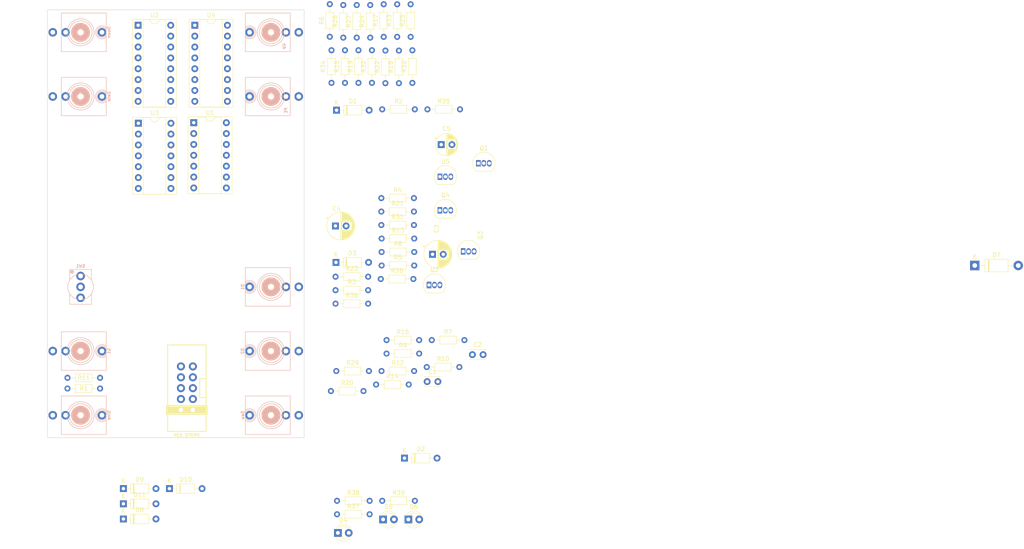
<source format=kicad_pcb>
(kicad_pcb (version 20211014) (generator pcbnew)
  (layers (0 "F.Cu" signal) (31 "B.Cu" signal) (34 "B.Paste" user) (35 "F.Paste" user) (36 "B.SilkS" user "B.Silkscreen") (37 "F.SilkS" user "F.Silkscreen") (38 "B.Mask" user) (39 "F.Mask" user) (44 "Edge.Cuts" user))
  (net 0 "")
  (net 1 "Net-(C1-Pad1)")
  (net 2 "GND")
  (net 3 "+9V")
  (net 4 "Net-(C3-Pad1)")
  (net 5 "Net-(C5-Pad1)")
  (net 6 "Net-(D1-Pad1)")
  (net 7 "Net-(D1-Pad2)")
  (net 8 "Net-(D2-Pad1)")
  (net 9 "Net-(D3-Pad2)")
  (net 10 "Net-(D4-Pad2)")
  (net 12 "Net-(J2-PadT)")
  (net 14 "Net-(D5-Pad2)")
  (net 16 "Net-(J4-PadT)")
  (net 18 "Net-(J5-PadT)")
  (net 20 "Net-(J6-PadT)")
  (net 22 "Net-(J7-PadT)")
  (net 24 "Net-(J8-PadT)")
  (net 26 "Net-(J9-PadT)")
  (net 27 "RECIRC")
  (net 28 "Net-(J10-Pad1)")
  (net 29 "Q2")
  (net 30 "Q3")
  (net 31 "Net-(D6-Pad2)")
  (net 32 "Net-(Q3-Pad2)")
  (net 33 "Net-(Q4-Pad2)")
  (net 34 "Net-(R1-Pad1)")
  (net 35 "Q1")
  (net 36 "Net-(R2-Pad1)")
  (net 37 "u{slash}d")
  (net 38 "Q4")
  (net 39 "clk")
  (net 40 "Net-(R15-Pad2)")
  (net 41 "Net-(R16-Pad2)")
  (net 42 "Net-(R17-Pad1)")
  (net 43 "X1")
  (net 44 "Net-(R18-Pad1)")
  (net 45 "PE")
  (net 46 "X2")
  (net 47 "X8")
  (net 48 "X3")
  (net 49 "X4")
  (net 50 "Net-(R27-Pad2)")
  (net 51 "X5")
  (net 52 "DATA")
  (net 53 "X6")
  (net 54 "X7")
  (net 56 "Vref")
  (net 57 "Net-(U3-Pad13)")
  (net 58 "Net-(D4-Pad1)")
  (net 59 "Net-(D5-Pad1)")
  (net 60 "Net-(D6-Pad1)")
  (net 61 "Net-(D7-Pad2)")
  (footprint "Resistor_THT:R_Axial_DIN0204_L3.6mm_D1.6mm_P7.62mm_Horizontal" (layer "F.Cu") (at 81.5 19.64 90)
    (fp_text reference "R22" (at 3.81 -1.92 90) (layer "F.SilkS"))
    (fp_text value "10k")
    (pad "1" thru_hole circle (at 0 0 90) (size 1.4 1.4) (drill 0.7) (layers *.Cu *.Mask) (net 22 "Net-(J7-PadT)"))
    (pad "2" thru_hole oval (at 7.62 0 90) (size 1.4 1.4) (drill 0.7) (layers *.Cu *.Mask) (net 31 "Net-(D6-Pad2)"))
  )
  (footprint "Package_TO_SOT_THT:TO-92_Inline" (layer "F.Cu") (at 103.23 38.36)
    (fp_text reference "Q1" (at 1.27 -3.56) (layer "F.SilkS"))
    (fp_text value "BC547")
    (pad "1" thru_hole rect (at 0 0) (size 1.05 1.5) (drill 0.75) (layers *.Cu *.Mask) (net 3 "+9V"))
    (pad "2" thru_hole oval (at 1.27 0) (size 1.05 1.5) (drill 0.75) (layers *.Cu *.Mask) (net 29 "Q2"))
    (pad "3" thru_hole oval (at 2.54 0) (size 1.05 1.5) (drill 0.75) (layers *.Cu *.Mask) (net 10 "Net-(D4-Pad2)"))
  )
  (footprint "Resistor_THT:R_Axial_DIN0204_L3.6mm_D1.6mm_P7.62mm_Horizontal" (layer "F.Cu") (at 70.19 120.4)
    (fp_text reference "R37" (at 3.81 -1.92) (layer "F.SilkS"))
    (fp_text value "1k")
    (pad "1" thru_hole circle (at 0 0) (size 1.4 1.4) (drill 0.7) (layers *.Cu *.Mask) (net 2 "GND"))
    (pad "2" thru_hole oval (at 7.62 0) (size 1.4 1.4) (drill 0.7) (layers *.Cu *.Mask) (net 58 "Net-(D4-Pad1)"))
  )
  (footprint "Capacitor_THT:CP_Radial_D5.0mm_P2.50mm" (layer "F.Cu") (at 94.544888 34)
    (fp_text reference "C5" (at 1.25 -3.75) (layer "F.SilkS"))
    (fp_text value "1uF")
    (pad "1" thru_hole rect (at 0 0) (size 1.6 1.6) (drill 0.8) (layers *.Cu *.Mask) (net 5 "Net-(C5-Pad1)"))
    (pad "2" thru_hole circle (at 2.5 0) (size 1.6 1.6) (drill 0.8) (layers *.Cu *.Mask) (net 2 "GND"))
  )
  (footprint "Diode_THT:D_DO-41_SOD81_P10.16mm_Horizontal" (layer "F.Cu") (at 219.25 62.25)
    (fp_text reference "D7" (at 5.08 -2.47) (layer "F.SilkS"))
    (fp_text value "1N4001")
    (fp_text user "K" (at 0 -2.1) (layer "F.SilkS"))
    (pad "1" thru_hole rect (at 0 0) (size 2.2 2.2) (drill 1.1) (layers *.Cu *.Mask) (net 4 "Net-(C3-Pad1)"))
    (pad "2" thru_hole oval (at 10.16 0) (size 2.2 2.2) (drill 1.1) (layers *.Cu *.Mask) (net 61 "Net-(D7-Pad2)"))
  )
  (footprint "Capacitor_THT:CP_Radial_D6.3mm_P2.50mm" (layer "F.Cu") (at 92.52 59.63)
    (fp_text reference "C3" (at 0.924759 -5.975 90) (layer "F.SilkS"))
    (fp_text value "10uF")
    (pad "1" thru_hole rect (at 0 0) (size 1.6 1.6) (drill 0.8) (layers *.Cu *.Mask) (net 4 "Net-(C3-Pad1)"))
    (pad "2" thru_hole circle (at 2.5 0) (size 1.6 1.6) (drill 0.8) (layers *.Cu *.Mask) (net 2 "GND"))
  )
  (footprint "Resistor_THT:R_Axial_DIN0204_L3.6mm_D1.6mm_P7.62mm_Horizontal" (layer "F.Cu") (at 72.05 19.56 90)
    (fp_text reference "R15" (at 3.81 -1.92 90) (layer "F.SilkS"))
    (fp_text value "100k")
    (pad "1" thru_hole circle (at 0 0 90) (size 1.4 1.4) (drill 0.7) (layers *.Cu *.Mask) (net 20 "Net-(J6-PadT)"))
    (pad "2" thru_hole oval (at 7.62 0 90) (size 1.4 1.4) (drill 0.7) (layers *.Cu *.Mask) (net 40 "Net-(R15-Pad2)"))
  )
  (footprint "LED_THT:LED_D3.0mm" (layer "F.Cu") (at 70.39 124.75)
    (fp_text reference "D4" (at 1.27 -2.96) (layer "F.SilkS"))
    (fp_text value "LED")
    (pad "1" thru_hole rect (at 0 0) (size 1.8 1.8) (drill 0.9) (layers *.Cu *.Mask) (net 58 "Net-(D4-Pad1)"))
    (pad "2" thru_hole circle (at 2.54 0) (size 1.8 1.8) (drill 0.9) (layers *.Cu *.Mask) (net 10 "Net-(D4-Pad2)"))
  )
  (footprint "LED_THT:LED_D3.0mm" (layer "F.Cu") (at 86.86 121.6)
    (fp_text reference "D6" (at 1.27 -2.96) (layer "F.SilkS"))
    (fp_text value "LED")
    (pad "1" thru_hole rect (at 0 0) (size 1.8 1.8) (drill 0.9) (layers *.Cu *.Mask) (net 60 "Net-(D6-Pad1)"))
    (pad "2" thru_hole circle (at 2.54 0) (size 1.8 1.8) (drill 0.9) (layers *.Cu *.Mask) (net 31 "Net-(D6-Pad2)"))
  )
  (footprint "Resistor_THT:R_Axial_DIN0204_L3.6mm_D1.6mm_P7.62mm_Horizontal" (layer "F.Cu") (at 80.544759 52.8)
    (fp_text reference "R31" (at 3.81 -1.92) (layer "F.SilkS"))
    (fp_text value "100k")
    (pad "1" thru_hole circle (at 0 0) (size 1.4 1.4) (drill 0.7) (layers *.Cu *.Mask) (net 2 "GND"))
    (pad "2" thru_hole oval (at 7.62 0) (size 1.4 1.4) (drill 0.7) (layers *.Cu *.Mask) (net 52 "DATA"))
  )
  (footprint "Resistor_THT:R_Axial_DIN0204_L3.6mm_D1.6mm_P7.62mm_Horizontal" (layer "F.Cu") (at 74.8 8.99 90)
    (fp_text reference "R27" (at 3.81 -1.92 90) (layer "F.SilkS"))
    (fp_text value "100k")
    (pad "1" thru_hole circle (at 0 0 90) (size 1.4 1.4) (drill 0.7) (layers *.Cu *.Mask) (net 26 "Net-(J9-PadT)"))
    (pad "2" thru_hole oval (at 7.62 0 90) (size 1.4 1.4) (drill 0.7) (layers *.Cu *.Mask) (net 50 "Net-(R27-Pad2)"))
  )
  (footprint "Resistor_THT:R_Axial_DIN0204_L3.6mm_D1.6mm_P7.62mm_Horizontal" (layer "F.Cu") (at 70.19 117.25)
    (fp_text reference "R38" (at 3.81 -1.92) (layer "F.SilkS"))
    (fp_text value "1k")
    (pad "1" thru_hole circle (at 0 0) (size 1.4 1.4) (drill 0.7) (layers *.Cu *.Mask) (net 2 "GND"))
    (pad "2" thru_hole oval (at 7.62 0) (size 1.4 1.4) (drill 0.7) (layers *.Cu *.Mask) (net 59 "Net-(D5-Pad1)"))
  )
  (footprint "Diode_THT:D_DO-35_SOD27_P7.62mm_Horizontal" (layer "F.Cu") (at 31.02 114.4)
    (fp_text reference "D10" (at 3.81 -2.12) (layer "F.SilkS"))
    (fp_text value "BAT85")
    (fp_text user "K" (at 0 -1.8) (layer "F.SilkS"))
    (pad "1" thru_hole rect (at 0 0) (size 1.6 1.6) (drill 0.8) (layers *.Cu *.Mask) (net 20 "Net-(J6-PadT)"))
    (pad "2" thru_hole oval (at 7.62 0) (size 1.6 1.6) (drill 0.8) (layers *.Cu *.Mask) (net 2 "GND"))
  )
  (footprint "Resistor_THT:R_Axial_DIN0204_L3.6mm_D1.6mm_P7.62mm_Horizontal" (layer "F.Cu") (at 81.77 82.84)
    (fp_text reference "R9" (at 3.81 -1.92) (layer "F.SilkS"))
    (fp_text value "10k")
    (pad "1" thru_hole circle (at 0 0) (size 1.4 1.4) (drill 0.7) (layers *.Cu *.Mask) (net 2 "GND"))
    (pad "2" thru_hole oval (at 7.62 0) (size 1.4 1.4) (drill 0.7) (layers *.Cu *.Mask) (net 14 "Net-(D5-Pad2)"))
  )
  (footprint "Resistor_THT:R_Axial_DIN0204_L3.6mm_D1.6mm_P7.62mm_Horizontal" (layer "F.Cu") (at 71.65 8.99 90)
    (fp_text reference "R26" (at 3.81 -1.92 90) (layer "F.SilkS"))
    (fp_text value "220k")
    (pad "1" thru_hole circle (at 0 0 90) (size 1.4 1.4) (drill 0.7) (layers *.Cu *.Mask) (net 42 "Net-(R17-Pad1)"))
    (pad "2" thru_hole oval (at 7.62 0 90) (size 1.4 1.4) (drill 0.7) (layers *.Cu *.Mask) (net 49 "X4"))
  )
  (footprint "Diode_THT:D_DO-35_SOD27_P7.62mm_Horizontal" (layer "F.Cu") (at 20.25 117.95)
    (fp_text reference "D11" (at 3.81 -2.12) (layer "F.SilkS"))
    (fp_text value "BAT85")
    (fp_text user "K" (at 0 -1.8) (layer "F.SilkS"))
    (pad "1" thru_hole rect (at 0 0) (size 1.6 1.6) (drill 0.8) (layers *.Cu *.Mask) (net 26 "Net-(J9-PadT)"))
    (pad "2" thru_hole oval (at 7.62 0) (size 1.6 1.6) (drill 0.8) (layers *.Cu *.Mask) (net 2 "GND"))
  )
  (footprint "Resistor_THT:R_Axial_DIN0204_L3.6mm_D1.6mm_P7.62mm_Horizontal" (layer "F.Cu") (at 80.614759 59.1)
    (fp_text reference "R8" (at 3.81 -1.92) (layer "F.SilkS"))
    (fp_text value "10k")
    (pad "1" thru_hole circle (at 0 0) (size 1.4 1.4) (drill 0.7) (layers *.Cu *.Mask) (net 2 "GND"))
    (pad "2" thru_hole oval (at 7.62 0) (size 1.4 1.4) (drill 0.7) (layers *.Cu *.Mask) (net 10 "Net-(D4-Pad2)"))
  )
  (footprint "Resistor_THT:R_Axial_DIN0204_L3.6mm_D1.6mm_P7.62mm_Horizontal" (layer "F.Cu") (at 80.414759 65.4)
    (fp_text reference "R28" (at 3.81 -1.92) (layer "F.SilkS"))
    (fp_text value "100k")
    (pad "1" thru_hole circle (at 0 0) (size 1.4 1.4) (drill 0.7) (layers *.Cu *.Mask) (net 27 "RECIRC"))
    (pad "2" thru_hole oval (at 7.62 0) (size 1.4 1.4) (drill 0.7) (layers *.Cu *.Mask) (net 3 "+9V"))
  )
  (footprint "Capacitor_THT:C_Disc_D3.4mm_W2.1mm_P2.50mm" (layer "F.Cu") (at 91.26 89.39)
    (fp_text reference "C1" (at 1.25 -2.3) (layer "F.SilkS"))
    (fp_text value "C")
    (pad "1" thru_hole circle (at 0 0) (size 1.6 1.6) (drill 0.8) (layers *.Cu *.Mask) (net 1 "Net-(C1-Pad1)"))
    (pad "2" thru_hole circle (at 2.5 0) (size 1.6 1.6) (drill 0.8) (layers *.Cu *.Mask) (net 2 "GND"))
  )
  (footprint "Resistor_THT:R_Axial_DIN0204_L3.6mm_D1.6mm_P7.62mm_Horizontal" (layer "F.Cu") (at 80.544759 46.5)
    (fp_text reference "R4" (at 3.81 -1.92) (layer "F.SilkS"))
    (fp_text value "2.2Meg")
    (pad "1" thru_hole circle (at 0 0) (size 1.4 1.4) (drill 0.7) (layers *.Cu *.Mask) (net 2 "GND"))
    (pad "2" thru_hole oval (at 7.62 0) (size 1.4 1.4) (drill 0.7) (layers *.Cu *.Mask) (net 6 "Net-(D1-Pad1)"))
  )
  (footprint "Diode_THT:D_DO-35_SOD27_P7.62mm_Horizontal" (layer "F.Cu") (at 20.25 121.5)
    (fp_text reference "D8" (at 3.81 -2.12) (layer "F.SilkS"))
    (fp_text value "BAT85")
    (fp_text user "K" (at 0 -1.8) (layer "F.SilkS"))
    (pad "1" thru_hole rect (at 0 0) (size 1.6 1.6) (drill 0.8) (layers *.Cu *.Mask) (net 16 "Net-(J4-PadT)"))
    (pad "2" thru_hole oval (at 7.62 0) (size 1.6 1.6) (drill 0.8) (layers *.Cu *.Mask) (net 2 "GND"))
  )
  (footprint "Package_TO_SOT_THT:TO-92_Inline" (layer "F.Cu") (at 99.674759 58.96)
    (fp_text reference "Q3" (at 4.02 -3.805 90) (layer "F.SilkS"))
    (fp_text value "BC547")
    (pad "1" thru_hole rect (at 0 0) (size 1.05 1.5) (drill 0.75) (layers *.Cu *.Mask) (net 31 "Net-(D6-Pad2)"))
    (pad "2" thru_hole oval (at 1.27 0) (size 1.05 1.5) (drill 0.75) (layers *.Cu *.Mask) (net 32 "Net-(Q3-Pad2)"))
    (pad "3" thru_hole oval (at 2.54 0) (size 1.05 1.5) (drill 0.75) (layers *.Cu *.Mask) (net 2 "GND"))
  )
  (footprint "Resistor_THT:R_Axial_DIN0204_L3.6mm_D1.6mm_P7.62mm_Horizontal" (layer "F.Cu") (at 69.844759 68.02)
    (fp_text reference "R3" (at 3.81 -1.92) (layer "F.SilkS"))
    (fp_text value "22k")
    (pad "1" thru_hole circle (at 0 0) (size 1.4 1.4) (drill 0.7) (layers *.Cu *.Mask) (net 34 "Net-(R1-Pad1)"))
    (pad "2" thru_hole oval (at 7.62 0) (size 1.4 1.4) (drill 0.7) (layers *.Cu *.Mask) (net 29 "Q2"))
  )
  (footprint "Resistor_THT:R_Axial_DIN0204_L3.6mm_D1.6mm_P7.62mm_Horizontal" (layer "F.Cu") (at 70.02 86.92)
    (fp_text reference "R29" (at 3.81 -1.92) (layer "F.SilkS"))
    (fp_text value "10k")
    (pad "1" thru_hole circle (at 0 0) (size 1.4 1.4) (drill 0.7) (layers *.Cu *.Mask) (net 33 "Net-(Q4-Pad2)"))
    (pad "2" thru_hole oval (at 7.62 0) (size 1.4 1.4) (drill 0.7) (layers *.Cu *.Mask) (net 47 "X8"))
  )
  (footprint "Resistor_THT:R_Axial_DIN0204_L3.6mm_D1.6mm_P7.62mm_Horizontal" (layer "F.Cu") (at 91.16 85.99)
    (fp_text reference "R10" (at 3.81 -1.92) (layer "F.SilkS"))
    (fp_text value "4.7k")
    (pad "1" thru_hole circle (at 0 0) (size 1.4 1.4) (drill 0.7) (layers *.Cu *.Mask) (net 34 "Net-(R1-Pad1)"))
    (pad "2" thru_hole oval (at 7.62 0) (size 1.4 1.4) (drill 0.7) (layers *.Cu *.Mask) (net 38 "Q4"))
  )
  (footprint "Resistor_THT:R_Axial_DIN0204_L3.6mm_D1.6mm_P7.62mm_Horizontal" (layer "F.Cu") (at 80.76 117.25)
    (fp_text reference "R39" (at 3.81 -1.92) (layer "F.SilkS"))
    (fp_text value "1k")
    (pad "1" thru_hole circle (at 0 0) (size 1.4 1.4) (drill 0.7) (layers *.Cu *.Mask) (net 2 "GND"))
    (pad "2" thru_hole oval (at 7.62 0) (size 1.4 1.4) (drill 0.7) (layers *.Cu *.Mask) (net 60 "Net-(D6-Pad1)"))
  )
  (footprint "Diode_THT:D_DO-35_SOD27_P7.62mm_Horizontal" (layer "F.Cu") (at 70.08 25.95)
    (fp_text reference "D1" (at 3.81 -2.12) (layer "F.SilkS"))
    (fp_text value "1N4148")
    (fp_text user "K" (at 0 -1.8) (layer "F.SilkS"))
    (pad "1" thru_hole rect (at 0 0) (size 1.6 1.6) (drill 0.8) (layers *.Cu *.Mask) (net 6 "Net-(D1-Pad1)"))
    (pad "2" thru_hole oval (at 7.62 0) (size 1.6 1.6) (drill 0.8) (layers *.Cu *.Mask) (net 7 "Net-(D1-Pad2)"))
  )
  (footprint "Resistor_THT:R_Axial_DIN0204_L3.6mm_D1.6mm_P7.62mm_Horizontal" (layer "F.Cu") (at 80.614759 62.25)
    (fp_text reference "R5" (at 3.81 -1.92) (layer "F.SilkS"))
    (fp_text value "100k")
    (pad "1" thru_hole circle (at 0 0) (size 1.4 1.4) (drill 0.7) (layers *.Cu *.Mask) (net 2 "GND"))
    (pad "2" thru_hole oval (at 7.62 0) (size 1.4 1.4) (drill 0.7) (layers *.Cu *.Mask) (net 37 "u{slash}d"))
  )
  (footprint "Capacitor_THT:C_Disc_D3.4mm_W2.1mm_P2.50mm" (layer "F.Cu") (at 101.83 83.09)
    (fp_text reference "C2" (at 1.25 -2.3) (layer "F.SilkS"))
    (fp_text value "C")
    (pad "1" thru_hole circle (at 0 0) (size 1.6 1.6) (drill 0.8) (layers *.Cu *.Mask) (net 3 "+9V"))
    (pad "2" thru_hole circle (at 2.5 0) (size 1.6 1.6) (drill 0.8) (layers *.Cu *.Mask) (net 2 "GND"))
  )
  (footprint "LED_THT:LED_D3.0mm" (layer "F.Cu") (at 80.96 121.6)
    (fp_text reference "D5" (at 1.27 -2.96) (layer "F.SilkS"))
    (fp_text value "LED")
    (pad "1" thru_hole rect (at 0 0) (size 1.8 1.8) (drill 0.9) (layers *.Cu *.Mask) (net 59 "Net-(D5-Pad1)"))
    (pad "2" thru_hole circle (at 2.54 0) (size 1.8 1.8) (drill 0.9) (layers *.Cu *.Mask) (net 14 "Net-(D5-Pad2)"))
  )
  (footprint "Resistor_THT:R_Axial_DIN0204_L3.6mm_D1.6mm_P7.62mm_Horizontal" (layer "F.Cu") (at 69.844759 71.17)
    (fp_text reference "R36" (at 3.81 -1.92) (layer "F.SilkS"))
    (fp_text value "22k")
    (pad "1" thru_hole circle (at 0 0) (size 1.4 1.4) (drill 0.7) (layers *.Cu *.Mask) (net 2 "GND"))
    (pad "2" thru_hole oval (at 7.62 0) (size 1.4 1.4) (drill 0.7) (layers *.Cu *.Mask) (net 5 "Net-(C5-Pad1)"))
  )
  (footprint "Diode_THT:D_DO-35_SOD27_P7.62mm_Horizontal" (layer "F.Cu") (at 20.25 114.4)
    (fp_text reference "D9" (at 3.81 -2.12) (layer "F.SilkS"))
    (fp_text value "BAT85")
    (fp_text user "K" (at 0 -1.8) (layer "F.SilkS"))
    (pad "1" thru_hole rect (at 0 0) (size 1.6 1.6) (drill 0.8) (layers *.Cu *.Mask) (net 18 "Net-(J5-PadT)"))
    (pad "2" thru_hole oval (at 7.62 0) (size 1.6 1.6) (drill 0.8) (layers *.Cu *.Mask) (net 2 "GND"))
  )
  (footprint "Resistor_THT:R_Axial_DIN0204_L3.6mm_D1.6mm_P7.62mm_Horizontal" (layer "F.Cu") (at 68.76 91.6)
    (fp_text reference "R20" (at 3.81 -1.92) (layer "F.SilkS"))
    (fp_text value "100k")
    (pad "1" thru_hole circle (at 0 0) (size 1.4 1.4) (drill 0.7) (layers *.Cu *.Mask) (net 31 "Net-(D6-Pad2)"))
    (pad "2" thru_hole oval (at 7.62 0) (size 1.4 1.4) (drill 0.7) (layers *.Cu *.Mask) (net 3 "+9V"))
  )
  (footprint "Resistor_THT:R_Axial_DIN0204_L3.6mm_D1.6mm_P7.62mm_Horizontal" (layer "F.Cu") (at 87.8 19.57 90)
    (fp_text reference "R30" (at 3.81 -1.92 90) (layer "F.SilkS"))
    (fp_text value "180k")
    (pad "1" thru_hole circle (at 0 0 90) (size 1.4 1.4) (drill 0.7) (layers *.Cu *.Mask) (net 42 "Net-(R17-Pad1)"))
    (pad "2" thru_hole oval (at 7.62 0 90) (size 1.4 1.4) (drill 0.7) (layers *.Cu *.Mask) (net 51 "X5"))
  )
  (footprint "Package_DIP:DIP-16_W7.62mm_Socket" (layer "F.Cu") (at 23.7 6.1)
    (fp_text reference "U2" (at 3.81 -2.33) (layer "F.SilkS"))
    (fp_text value "4029")
    (pad "1" thru_hole rect (at 0 0) (size 1.6 1.6) (drill 0.8) (layers *.Cu *.Mask) (net 45 "PE"))
    (pad "2" thru_hole oval (at 0 2.54) (size 1.6 1.6) (drill 0.8) (layers *.Cu *.Mask) (net 38 "Q4"))
    (pad "3" thru_hole oval (at 0 5.08) (size 1.6 1.6) (drill 0.8) (layers *.Cu *.Mask) (net 51 "X5"))
    (pad "4" thru_hole oval (at 0 7.62) (size 1.6 1.6) (drill 0.8) (layers *.Cu *.Mask) (net 54 "X7"))
    (pad "5" thru_hole oval (at 0 10.16) (size 1.6 1.6) (drill 0.8) (layers *.Cu *.Mask) (net 2 "GND"))
    (pad "6" thru_hole oval (at 0 12.7) (size 1.6 1.6) (drill 0.8) (layers *.Cu *.Mask) (net 35 "Q1"))
    (pad "7" thru_hole oval (at 0 15.24) (size 1.6 1.6) (drill 0.8) (layers *.Cu *.Mask))
    (pad "8" thru_hole oval (at 0 17.78) (size 1.6 1.6) (drill 0.8) (layers *.Cu *.Mask) (net 2 "GND"))
    (pad "9" thru_hole oval (at 7.62 17.78) (size 1.6 1.6) (drill 0.8) (layers *.Cu *.Mask) (net 3 "+9V"))
    (pad "10" thru_hole oval (at 7.62 15.24) (size 1.6 1.6) (drill 0.8) (layers *.Cu *.Mask) (net 37 "u{slash}d"))
    (pad "11" thru_hole oval (at 7.62 12.7) (size 1.6 1.6) (drill 0.8) (layers *.Cu *.Mask) (net 29 "Q2"))
    (pad "12" thru_hole oval (at 7.62 10.16) (size 1.6 1.6) (drill 0.8) (layers *.Cu *.Mask) (net 43 "X1"))
    (pad "13" thru_hole oval (at 7.62 7.62) (size 1.6 1.6) (drill 0.8) (layers *.Cu *.Mask) (net 48 "X3"))
    (pad "14" thru_hole oval (at 7.62 5.08) (size 1.6 1.6) (drill 0.8) (layers *.Cu *.Mask) (net 30 "Q3"))
    (pad "15" thru_hole oval (at 7.62 2.54) (size 1.6 1.6) (drill 0.8) (layers *.Cu *.Mask) (net 39 "clk"))
    (pad "16" thru_hole oval (at 7.62 0) (size 1.6 1.6) (drill 0.8) (layers *.Cu *.Mask) (net 1 "Net-(C1-Pad1)"))
  )
  (footprint "Package_DIP:DIP-16_W7.62mm_Socket" (layer "F.Cu") (at 36.95 6.1)
    (fp_text reference "U4" (at 3.81 -2.33) (layer "F.SilkS"))
    (fp_text value "4015")
    (pad "1" thru_hole rect (at 0 0) (size 1.6 1.6) (drill 0.8) (layers *.Cu *.Mask) (net 41 "Net-(R16-Pad2)"))
    (pad "2" thru_hole oval (at 0 2.54) (size 1.6 1.6) (drill 0.8) (layers *.Cu *.Mask) (net 47 "X8"))
    (pad "3" thru_hole oval (at 0 5.08) (size 1.6 1.6) (drill 0.8) (layers *.Cu *.Mask) (net 48 "X3"))
    (pad "4" thru_hole oval (at 0 7.62) (size 1.6 1.6) (drill 0.8) (layers *.Cu *.Mask) (net 46 "X2"))
    (pad "5" thru_hole oval (at 0 10.16) (size 1.6 1.6) (drill 0.8) (layers *.Cu *.Mask) (net 43 "X1"))
    (pad "6" thru_hole oval (at 0 12.7) (size 1.6 1.6) (drill 0.8) (layers *.Cu *.Mask) (net 2 "GND"))
    (pad "7" thru_hole oval (at 0 15.24) (size 1.6 1.6) (drill 0.8) (layers *.Cu *.Mask) (net 52 "DATA"))
    (pad "8" thru_hole oval (at 0 17.78) (size 1.6 1.6) (drill 0.8) (layers *.Cu *.Mask) (net 2 "GND"))
    (pad "9" thru_hole oval (at 7.62 17.78) (size 1.6 1.6) (drill 0.8) (layers *.Cu *.Mask) (net 41 "Net-(R16-Pad2)"))
    (pad "10" thru_hole oval (at 7.62 15.24) (size 1.6 1.6) (drill 0.8) (layers *.Cu *.Mask) (net 49 "X4"))
    (pad "11" thru_hole oval (at 7.62 12.7) (size 1.6 1.6) (drill 0.8) (layers *.Cu *.Mask) (net 54 "X7"))
    (pad "12" thru_hole oval (at 7.62 10.16) (size 1.6 1.6) (drill 0.8) (layers *.Cu *.Mask) (net 53 "X6"))
    (pad "13" thru_hole oval (at 7.62 7.62) (size 1.6 1.6) (drill 0.8) (layers *.Cu *.Mask) (net 51 "X5"))
    (pad "14" thru_hole oval (at 7.62 5.08) (size 1.6 1.6) (drill 0.8) (layers *.Cu *.Mask) (net 2 "GND"))
    (pad "15" thru_hole oval (at 7.62 2.54) (size 1.6 1.6) (drill 0.8) (layers *.Cu *.Mask) (net 49 "X4"))
    (pad "16" thru_hole oval (at 7.62 0) (size 1.6 1.6) (drill 0.8) (layers *.Cu *.Mask) (net 3 "+9V"))
  )
  (footprint "Diode_THT:D_DO-35_SOD27_P7.62mm_Horizontal" (layer "F.Cu") (at 69.944759 61.52)
    (fp_text reference "D3" (at 3.81 -2.12) (layer "F.SilkS"))
    (fp_text value "1N4148")
    (fp_text user "K" (at 0 -1.8) (layer "F.SilkS"))
    (pad "1" thru_hole rect (at 0 0) (size 1.6 1.6) (drill 0.8) (layers *.Cu *.Mask) (net 8 "Net-(D2-Pad1)"))
    (pad "2" thru_hole oval (at 7.62 0) (size 1.6 1.6) (drill 0.8) (layers *.Cu *.Mask) (net 9 "Net-(D3-Pad2)"))
  )
  (footprint "Package_DIP:DIP-14_W7.62mm_Socket" (layer "F.Cu") (at 36.7 28.875)
    (fp_text reference "U1" (at 3.81 -2.33) (layer "F.SilkS"))
    (fp_text value "LM324")
    (pad "1" thru_hole rect (at 0 0) (size 1.6 1.6) (drill 0.8) (layers *.Cu *.Mask) (net 37 "u{slash}d"))
    (pad "2" thru_hole oval (at 0 2.54) (size 1.6 1.6) (drill 0.8) (layers *.Cu *.Mask) (net 56 "Vref"))
    (pad "3" thru_hole oval (at 0 5.08) (size 1.6 1.6) (drill 0.8) (layers *.Cu *.Mask) (net 6 "Net-(D1-Pad1)"))
    (pad "4" thru_hole oval (at 0 7.62) (size 1.6 1.6) (drill 0.8) (layers *.Cu *.Mask) (net 3 "+9V"))
    (pad "5" thru_hole oval (at 0 10.16) (size 1.6 1.6) (drill 0.8) (layers *.Cu *.Mask) (net 8 "Net-(D2-Pad1)"))
    (pad "6" thru_hole oval (at 0 12.7) (size 1.6 1.6) (drill 0.8) (layers *.Cu *.Mask) (net 56 "Vref"))
    (pad "7" thru_hole oval (at 0 15.24) (size 1.6 1.6) (drill 0.8) (layers *.Cu *.Mask) (net 39 "clk"))
    (pad "8" thru_hole oval (at 7.62 15.24) (size 1.6 1.6) (drill 0.8) (layers *.Cu *.Mask) (net 45 "PE"))
    (pad "9" thru_hole oval (at 7.62 12.7) (size 1.6 1.6) (drill 0.8) (layers *.Cu *.Mask) (net 56 "Vref"))
    (pad "10" thru_hole oval (at 7.62 10.16) (size 1.6 1.6) (drill 0.8) (layers *.Cu *.Mask) (net 40 "Net-(R15-Pad2)"))
    (pad "11" thru_hole oval (at 7.62 7.62) (size 1.6 1.6) (drill 0.8) (layers *.Cu *.Mask) (net 2 "GND"))
    (pad "12" thru_hole oval (at 7.62 5.08) (size 1.6 1.6) (drill 0.8) (layers *.Cu *.Mask) (net 5 "Net-(C5-Pad1)"))
    (pad "13" thru_hole oval (at 7.62 2.54) (size 1.6 1.6) (drill 0.8) (layers *.Cu *.Mask) (net 56 "Vref"))
    (pad "14" thru_hole oval (at 7.62 0) (size 1.6 1.6) (drill 0.8) (layers *.Cu *.Mask) (net 56 "Vref"))
  )
  (footprint "Resistor_THT:R_Axial_DIN0204_L3.6mm_D1.6mm_P7.62mm_Horizontal" (layer "F.Cu") (at 7.19 88.5)
    (fp_text reference "R11" (at 3.81 0) (layer "F.SilkS"))
    (fp_text value "100k")
    (pad "1" thru_hole circle (at 0 0) (size 1.4 1.4) (drill 0.7) (layers *.Cu *.Mask) (net 16 "Net-(J4-PadT)"))
    (pad "2" thru_hole oval (at 7.62 0) (size 1.4 1.4) (drill 0.7) (layers *.Cu *.Mask) (net 7 "Net-(D1-Pad2)"))
  )
  (footprint "Resistor_THT:R_Axial_DIN0204_L3.6mm_D1.6mm_P7.62mm_Horizontal" (layer "F.Cu") (at 68.9 19.56 90)
    (fp_text reference "R34" (at 3.81 -1.92 90) (layer "F.SilkS"))
    (fp_text value "100k")
    (pad "1" thru_hole circle (at 0 0 90) (size 1.4 1.4) (drill 0.7) (layers *.Cu *.Mask) (net 42 "Net-(R17-Pad1)"))
    (pad "2" thru_hole oval (at 7.62 0 90) (size 1.4 1.4) (drill 0.7) (layers *.Cu *.Mask) (net 47 "X8"))
  )
  (footprint "Resistor_THT:R_Axial_DIN0204_L3.6mm_D1.6mm_P7.62mm_Horizontal" (layer "F.Cu") (at 84.65 19.64 90)
    (fp_text reference "R18" (at 3.81 -1.92 90) (layer "F.SilkS"))
    (fp_text value "15k")
    (pad "1" thru_hole circle (at 0 0 90) (size 1.4 1.4) (drill 0.7) (layers *.Cu *.Mask) (net 44 "Net-(R18-Pad1)"))
    (pad "2" thru_hole oval (at 7.62 0 90) (size 1.4 1.4) (drill 0.7) (layers *.Cu *.Mask) (net 42 "Net-(R17-Pad1)"))
  )
  (footprint "Diode_THT:D_DO-35_SOD27_P7.62mm_Horizontal" (layer "F.Cu") (at 85.95 107.275)
    (fp_text reference "D2" (at 3.81 -2.12) (layer "F.SilkS"))
    (fp_text value "1N4148")
    (fp_text user "K" (at 0 -1.8) (layer "F.SilkS"))
    (pad "1" thru_hole rect (at 0 0) (size 1.6 1.6) (drill 0.8) (layers *.Cu *.Mask) (net 8 "Net-(D2-Pad1)"))
    (pad "2" thru_hole oval (at 7.62 0) (size 1.6 1.6) (drill 0.8) (layers *.Cu *.Mask) (net 7 "Net-(D1-Pad2)"))
  )
  (footprint "Resistor_THT:R_Axial_DIN0204_L3.6mm_D1.6mm_P7.62mm_Horizontal" (layer "F.Cu") (at 80.75 25.75)
    (fp_text reference "R2" (at 3.81 -1.92) (layer "F.SilkS"))
    (fp_text value "2.2k")
    (pad "1" thru_hole circle (at 0 0) (size 1.4 1.4) (drill 0.7) (layers *.Cu *.Mask) (net 36 "Net-(R2-Pad1)"))
    (pad "2" thru_hole oval (at 7.62 0) (size 1.4 1.4) (drill 0.7) (layers *.Cu *.Mask) (net 34 "Net-(R1-Pad1)"))
  )
  (footprint "Resistor_THT:R_Axial_DIN0204_L3.6mm_D1.6mm_P7.62mm_Horizontal" (layer "F.Cu") (at 77.95 8.99 90)
    (fp_text reference "R24" (at 3.81 -1.92 90) (layer "F.SilkS"))
    (fp_text value "10k")
    (pad "1" thru_hole circle (at 0 0 90) (size 1.4 1.4) (drill 0.7) (layers *.Cu *.Mask) (net 24 "Net-(J8-PadT)"))
    (pad "2" thru_hole oval (at 7.62 0 90) (size 1.4 1.4) (drill 0.7) (layers *.Cu *.Mask) (net 44 "Net-(R18-Pad1)"))
  )
  (footprint "Resistor_THT:R_Axial_DIN0204_L3.6mm_D1.6mm_P7.62mm_Horizontal" (layer "F.Cu") (at 7.19 91)
    (fp_text reference "R1" (at 3.81 0) (layer "F.SilkS"))
    (fp_text value "47k")
    (pad "1" thru_hole circle (at 0 0) (size 1.4 1.4) (drill 0.7) (layers *.Cu *.Mask) (net 34 "Net-(R1-Pad1)"))
    (pad "2" thru_hole oval (at 7.62 0) (size 1.4 1.4) (drill 0.7) (layers *.Cu *.Mask) (net 35 "Q1"))
  )
  (footprint "Resistor_THT:R_Axial_DIN0204_L3.6mm_D1.6mm_P7.62mm_Horizontal" (layer "F.Cu") (at 80.59 86.92)
    (fp_text reference "R12" (at 3.81 -1.92) (layer "F.SilkS"))
    (fp_text value "100k")
    (pad "1" thru_hole circle (at 0 0) (size 1.4 1.4) (drill 0.7) (layers *.Cu *.Mask) (net 2 "GND"))
    (pad "2" thru_hole oval (at 7.62 0) (size 1.4 1.4) (drill 0.7) (layers *.Cu *.Mask) (net 39 "clk"))
  )
  (footprint "Resistor_THT:R_Axial_DIN0204_L3.6mm_D1.6mm_P7.62mm_Horizontal" (layer "F.Cu") (at 80.544759 49.65)
    (fp_text reference "R21" (at 3.81 -1.92) (layer "F.SilkS"))
    (fp_text value "150k")
    (pad "1" thru_hole circle (at 0 0) (size 1.4 1.4) (drill 0.7) (layers *.Cu *.Mask) (net 42 "Net-(R17-Pad1)"))
    (pad "2" thru_hole oval (at 7.62 0) (size 1.4 1.4) (drill 0.7) (layers *.Cu *.Mask) (net 46 "X2"))
  )
  (footprint "Capacitor_THT:CP_Radial_D6.3mm_P2.50mm" (layer "F.Cu") (at 69.817621 53)
    (fp_text reference "C4" (at 0.25 -4) (layer "F.SilkS"))
    (fp_text value "10uF")
    (pad "1" thru_hole rect (at 0 0) (size 1.6 1.6) (drill 0.8) (layers *.Cu *.Mask) (net 3 "+9V"))
    (pad "2" thru_hole circle (at 2.5 0) (size 1.6 1.6) (drill 0.8) (layers *.Cu *.Mask) (net 2 "GND"))
  )
  (footprint "Resistor_THT:R_Axial_DIN0204_L3.6mm_D1.6mm_P7.62mm_Horizontal" (layer "F.Cu") (at 80.614759 55.95)
    (fp_text reference "R13" (at 3.81 -1.92) (layer "F.SilkS"))
    (fp_text value "100k")
    (pad "1" thru_hole circle (at 0 0) (size 1.4 1.4) (drill 0.7) (layers *.Cu *.Mask) (net 18 "Net-(J5-PadT)"))
    (pad "2" thru_hole oval (at 7.62 0) (size 1.4 1.4) (drill 0.7) (layers *.Cu *.Mask) (net 9 "Net-(D3-Pad2)"))
  )
  (footprint "Resistor_THT:R_Axial_DIN0204_L3.6mm_D1.6mm_P7.62mm_Horizontal" (layer "F.Cu") (at 75.2 19.56 90)
    (fp_text reference "R19" (at 3.81 -1.92 90) (layer "F.SilkS"))
    (fp_text value "100k")
    (pad "1" thru_hole circle (at 0 0 90) (size 1.4 1.4) (drill 0.7) (layers *.Cu *.Mask) (net 2 "GND"))
    (pad "2" thru_hole oval (at 7.62 0 90) (size 1.4 1.4) (drill 0.7) (layers *.Cu *.Mask) (net 45 "PE"))
  )
  (footprint "Resistor_THT:R_Axial_DIN0204_L3.6mm_D1.6mm_P7.62mm_Horizontal" (layer "F.Cu") (at 87.4 8.81 90)
    (fp_text reference "R25" (at 3.81 -1.92 90) (layer "F.SilkS"))
    (fp_text value "180k")
    (pad "1" thru_hole circle (at 0 0 90) (size 1.4 1.4) (drill 0.7) (layers *.Cu *.Mask) (net 42 "Net-(R17-Pad1)"))
    (pad "2" thru_hole oval (at 7.62 0 90) (size 1.4 1.4) (drill 0.7) (layers *.Cu *.Mask) (net 48 "X3"))
  )
  (footprint "Resistor_THT:R_Axial_DIN0204_L3.6mm_D1.6mm_P7.62mm_Horizontal" (layer "F.Cu") (at 78.35 19.56 90)
    (fp_text reference "R32" (at 3.81 -1.92 90) (layer "F.SilkS"))
    (fp_text value "150k")
    (pad "1" thru_hole circle (at 0 0 90) (size 1.4 1.4) (drill 0.7) (layers *.Cu *.Mask) (net 42 "Net-(R17-Pad1)"))
    (pad "2" thru_hole oval (at 7.62 0 90) (size 1.4 1.4) (drill 0.7) (layers *.Cu *.Mask) (net 53 "X6"))
  )
  (footprint "Resistor_THT:R_Axial_DIN0204_L3.6mm_D1.6mm_P7.62mm_Horizontal" (layer "F.Cu") (at 84.25 8.81 90)
    (fp_text reference "R33" (at 3.81 -1.92 90) (layer "F.SilkS"))
    (fp_text value "20k")
    (pad "1" thru_hole circle (at 0 0 90) (size 1.4 1.4) (drill 0.7) (layers *.Cu *.Mask) (net 42 "Net-(R17-Pad1)"))
    (pad "2" thru_hole oval (at 7.62 0 90) (size 1.4 1.4) (drill 0.7) (layers *.Cu *.Mask) (net 54 "X7"))
  )
  (footprint "Resistor_THT:R_Axial_DIN0204_L3.6mm_D1.6mm_P7.62mm_Horizontal" (layer "F.Cu") (at 81.1 8.81 90)
    (fp_text reference "R17" (at 3.81 -1.92 90) (layer "F.SilkS"))
    (fp_text value "120k")
    (pad "1" thru_hole circle (at 0 0 90) (size 1.4 1.4) (drill 0.7) (layers *.Cu *.Mask) (net 42 "Net-(R17-Pad1)"))
    (pad "2" thru_hole oval (at 7.62 0 90) (size 1.4 1.4) (drill 0.7) (layers *.Cu *.Mask) (net 43 "X1"))
  )
  (footprint "Resistor_THT:R_Axial_DIN0204_L3.6mm_D1.6mm_P7.62mm_Horizontal" (layer "F.Cu") (at 91.32 25.75)
    (fp_text reference "R35" (at 3.81 -1.92) (layer "F.SilkS"))
    (fp_text value "22k")
    (pad "1" thru_hole circle (at 0 0) (size 1.4 1.4) (drill 0.7) (layers *.Cu *.Mask) (net 5 "Net-(C5-Pad1)"))
    (pad "2" thru_hole oval (at 7.62 0) (size 1.4 1.4) (drill 0.7) (layers *.Cu *.Mask) (net 3 "+9V"))
  )
  (footprint "Package_DIP:DIP-14_W7.62mm_Socket" (layer "F.Cu") (at 23.75 29)
    (fp_text reference "U3" (at 3.81 -2.33) (layer "F.SilkS"))
    (fp_text value "LM324")
    (pad "1" thru_hole rect (at 0 0) (size 1.6 1.6) (drill 0.8) (layers *.Cu *.Mask) (net 52 "DATA"))
    (pad "2" thru_hole oval (at 0 2.54) (size 1.6 1.6) (drill 0.8) (layers *.Cu *.Mask) (net 56 "Vref"))
    (pad "3" thru_hole oval (at 0 5.08) (size 1.6 1.6) (drill 0.8) (layers *.Cu *.Mask) (net 50 "Net-(R27-Pad2)"))
    (pad "4" thru_hole oval (at 0 7.62) (size 1.6 1.6) (drill 0.8) (layers *.Cu *.Mask) (net 3 "+9V"))
    (pad "5" thru_hole oval (at 0 10.16) (size 1.6 1.6) (drill 0.8) (layers *.Cu *.Mask) (net 56 "Vref"))
    (pad "6" thru_hole oval (at 0 12.7) (size 1.6 1.6) (drill 0.8) (layers *.Cu *.Mask) (net 34 "Net-(R1-Pad1)"))
    (pad "7" thru_hole oval (at 0 15.24) (size 1.6 1.6) (drill 0.8) (layers *.Cu *.Mask) (net 36 "Net-(R2-Pad1)"))
    (pad "8" thru_hole oval (at 7.62 15.24) (size 1.6 1.6) (drill 0.8) (layers *.Cu *.Mask) (net 44 "Net-(R18-Pad1)"))
    (pad "9" thru_hole oval (at 7.62 12.7) (size 1.6 1.6) (drill 0.8) (layers *.Cu *.Mask) (net 42 "Net-(R17-Pad1)"))
    (pad "10" thru_hole oval (at 7.62 10.16) (size 1.6 1.6) (drill 0.8) (layers *.Cu *.Mask) (net 56 "Vref"))
    (pad "11" thru_hole oval (at 7.62 7.62) (size 1.6 1.6) (drill 0.8) (layers *.Cu *.Mask) (net 2 "GND"))
    (pad "12" thru_hole oval (at 7.62 5.08) (size 1.6 1.6) (drill 0.8) (layers *.Cu *.Mask) (net 56 "Vref"))
    (pad "13" thru_hole oval (at 7.62 2.54) (size 1.6 1.6) (drill 0.8) (layers *.Cu *.Mask) (net 57 "Net-(U3-Pad13)"))
    (pad "14" thru_hole oval (at 7.62 0) (size 1.6 1.6) (drill 0.8) (layers *.Cu *.Mask) (net 57 "Net-(U3-Pad13)"))
  )
  (footprint "Resistor_THT:R_Axial_DIN0204_L3.6mm_D1.6mm_P7.62mm_Horizontal" (layer "F.Cu") (at 92.34 79.69)
    (fp_text reference "R7" (at 3.81 -1.92) (layer "F.SilkS"))
    (fp_text value "10k")
    (pad "1" thru_hole circle (at 0 0) (size 1.4 1.4) (drill 0.7) (layers *.Cu *.Mask) (net 34 "Net-(R1-Pad1)"))
    (pad "2" thru_hole oval (at 7.62 0) (size 1.4 1.4) (drill 0.7) (layers *.Cu *.Mask) (net 30 "Q3"))
  )
  (footprint "Resistor_THT:R_Axial_DIN0204_L3.6mm_D1.6mm_P7.62mm_Horizontal" (layer "F.Cu") (at 68.5 8.79 90)
    (fp_text reference "R6" (at 3.81 -1.92 90) (layer "F.SilkS"))
    (fp_text value "10k")
    (pad "1" thru_hole circle (at 0 0 90) (size 1.4 1.4) (drill 0.7) (layers *.Cu *.Mask) (net 12 "Net-(J2-PadT)"))
    (pad "2" thru_hole oval (at 7.62 0 90) (size 1.4 1.4) (drill 0.7) (layers *.Cu *.Mask) (net 36 "Net-(R2-Pad1)"))
  )
  (footprint "Package_TO_SOT_THT:TO-92_Inline" (layer "F.Cu") (at 91.694759 66.81)
    (fp_text reference "Q2" (at 1.27 -3.56) (layer "F.SilkS"))
    (fp_text value "BC547")
    (pad "1" thru_hole rect (at 0 0) (size 1.05 1.5) (drill 0.75) (layers *.Cu *.Mask) (net 3 "+9V"))
    (pad "2" thru_hole oval (at 1.27 0) (size 1.05 1.5) (drill 0.75) (layers *.Cu *.Mask) (net 30 "Q3"))
    (pad "3" thru_hole oval (at 2.54 0) (size 1.05 1.5) (drill 0.75) (layers *.Cu *.Mask) (net 14 "Net-(D5-Pad2)"))
  )
  (footprint "Resistor_THT:R_Axial_DIN0204_L3.6mm_D1.6mm_P7.62mm_Horizontal" (layer "F.Cu") (at 81.77 79.69)
    (fp_text reference "R16" (at 3.81 -1.92) (layer "F.SilkS"))
    (fp_text value "100k")
    (pad "1" thru_hole circle (at 0 0) (size 1.4 1.4) (drill 0.7) (layers *.Cu *.Mask) (net 2 "GND"))
    (pad "2" thru_hole oval (at 7.62 0) (size 1.4 1.4) (drill 0.7) (layers *.Cu *.Mask) (net 41 "Net-(R16-Pad2)"))
  )
  (footprint "Package_TO_SOT_THT:TO-92_Inline" (layer "F.Cu") (at 94.25 41.5)
    (fp_text reference "U5" (at 1.27 -3.56) (layer "F.SilkS"))
    (fp_text value "L78L09_TO92")
    (pad "1" thru_hole rect (at 0 0) (size 1.05 1.5) (drill 0.75) (layers *.Cu *.Mask) (net 3 "+9V"))
    (pad "2" thru_hole oval (at 1.27 0) (size 1.05 1.5) (drill 0.75) (layers *.Cu *.Mask) (net 2 "GND"))
    (pad "3" thru_hole oval (at 2.54 0) (size 1.05 1.5) (drill 0.75) (layers *.Cu *.Mask) (net 4 "Net-(C3-Pad1)"))
  )
  (footprint "Package_TO_SOT_THT:TO-92_Inline" (layer "F.Cu") (at 94.23 49.36)
    (fp_text reference "Q4" (at 1.27 -3.56) (layer "F.SilkS"))
    (fp_text value "BC547")
    (pad "1" thru_hole rect (at 0 0) (size 1.05 1.5) (drill 0.75) (layers *.Cu *.Mask) (net 27 "RECIRC"))
    (pad "2" thru_hole oval (at 1.27 0) (size 1.05 1.5) (drill 0.75) (layers *.Cu *.Mask) (net 33 "Net-(Q4-Pad2)"))
    (pad "3" thru_hole oval (at 2.54 0) (size 1.05 1.5) (drill 0.75) (layers *.Cu *.Mask) (net 2 "GND"))
  )
  (footprint "Resistor_THT:R_Axial_DIN0204_L3.6mm_D1.6mm_P7.62mm_Horizontal" (layer "F.Cu") (at 69.844759 64.87)
    (fp_text reference "R23" (at 3.81 -1.92) (layer "F.SilkS"))
    (fp_text value "1Meg")
    (pad "1" thru_hole circle (at 0 0) (size 1.4 1.4) (drill 0.7) (layers *.Cu *.Mask) (net 32 "Net-(Q3-Pad2)"))
    (pad "2" thru_hole oval (at 7.62 0) (size 1.4 1.4) (drill 0.7) (layers *.Cu *.Mask) (net 47 "X8"))
  )
  (footprint "Resistor_THT:R_Axial_DIN0204_L3.6mm_D1.6mm_P7.62mm_Horizontal" (layer "F.Cu") (at 79.33 90.07)
    (fp_text reference "R14" (at 3.81 -1.92) (layer "F.SilkS"))
    (fp_text value "2.2Meg")
    (pad "1" thru_hole circle (at 0 0) (size 1.4 1.4) (drill 0.7) (layers *.Cu *.Mask) (net 2 "GND"))
    (pad "2" thru_hole oval (at 7.62 0) (size 1.4 1.4) (drill 0.7) (layers *.Cu *.Mask) (net 8 "Net-(D2-Pad1)"))
  )
  (footprint "winterbloom:Eurorack_Power_2x5_Shrouded" (layer "F.Cu") (at 36.5 96 90)
    (fp_text reference "J10" hide)
    (fp_text value "Eurorack_Power" hide)
    (fp_text user "RED STRIPE" (at -5.92 -1.387) (layer "F.SilkS") (effects (font (size 0.7 0.7))))
    (pad "1" thru_hole circle (at 0 0 180) (size 1.8796 1.8796) (drill 1.016) (layers *.Cu *.Mask) (net 28 "Net-(J10-Pad1)"))
    (pad "2" thru_hole circle (at 0 -2.794 180) (size 1.8796 1.8796) (drill 1.016) (layers *.Cu *.Mask) (net 28 "Net-(J10-Pad1)"))
    (pad "3" thru_hole circle (at 2.54 0 180) (size 1.8796 1.8796) (drill 1.016) (layers *.Cu *.Mask) (net 2 "GND"))
    (pad "4" thru_hole circle (at 2.54 -2.794 180) (size 1.8796 1.8796) (drill 1.016) (layers *.Cu *.Mask) (net 2 "GND"))
    (pad "5" thru_hole circle (at 5.08 0 180) (size 1.8796 1.8796) (drill 1.016) (layers *.Cu *.Mask) (net 2 "GND"))
    (pad "6" thru_hole circle (at 5.08 -2.794 180) (size 1.8796 1.8796) (drill 1.016) (layers *.Cu *.Mask) (net 2 "GND"))
    (pad "7" thru_hole circle (at 7.62 0 180) (size 1.8796 1.8796) (drill 1.016) (layers *.Cu *.Mask) (net 2 "GND"))
    (pad "8" thru_hole circle (at 7.62 -2.794 180) (size 1.8796 1.8796) (drill 1.016) (layers *.Cu *.Mask) (net 2 "GND"))
    (pad "9" thru_hole circle (at 10.16 0 180) (size 1.8796 1.8796) (drill 1.016) (layers *.Cu *.Mask) (net 61 "Net-(D7-Pad2)"))
    (pad "10" thru_hole circle (at 10.16 -2.794 180) (size 1.8796 1.8796) (drill 1.016) (layers *.Cu *.Mask) (net 61 "Net-(D7-Pad2)"))
  )
  (footprint "winterbloom:AudioJack_WQP518MA" (layer "B.Cu") (at 10.25 97.25 90)
    (fp_text reference "J8" hide)
    (fp_text value "Sine" (at 0.01 6.61 90) (layer "B.SilkS") (effects (font (size 0.7 0.7)) (justify mirror)))
    (pad "S" thru_hole circle (at 0 -6.5 90) (size 2 2) (drill 1.1) (layers *.Cu *.Mask) (net 2 "GND"))
    (pad "T" thru_hole circle (at 0 5 90) (size 2 2) (drill 1.1) (layers *.Cu *.Mask) (net 24 "Net-(J8-PadT)"))
    (pad "TN" thru_hole circle (at 0 -3.5 90) (size 2 2) (drill 1.1) (layers *.Cu *.Mask))
  )
  (footprint "winterbloom:AudioJack_WQP518MA" (layer "B.Cu") (at 54.75 82.25 -90)
    (fp_text reference "J1" hide)
    (fp_text value "D2" (at 0.01 6.61 90) (layer "B.SilkS") (effects (font (size 0.7 0.7)) (justify mirror)))
    (pad "S" thru_hole circle (at 0 -6.5 270) (size 2 2) (drill 1.1) (layers *.Cu *.Mask) (net 2 "GND"))
    (pad "T" thru_hole circle (at 0 5 270) (size 2 2) (drill 1.1) (layers *.Cu *.Mask) (net 14 "Net-(D5-Pad2)"))
    (pad "TN" thru_hole circle (at 0 -3.5 270) (size 2 2) (drill 1.1) (layers *.Cu *.Mask))
  )
  (footprint "winterbloom:AudioJack_WQP518MA" (layer "B.Cu") (at 10.25 22.75 90)
    (fp_text reference "J9" hide)
    (fp_text value "Data" (at 0.01 6.61 90) (layer "B.SilkS") (effects (font (size 0.7 0.7)) (justify mirror)))
    (pad "S" thru_hole circle (at 0 -6.5 90) (size 2 2) (drill 1.1) (layers *.Cu *.Mask) (net 2 "GND"))
    (pad "T" thru_hole circle (at 0 5 90) (size 2 2) (drill 1.1) (layers *.Cu *.Mask) (net 26 "Net-(J9-PadT)"))
    (pad "TN" thru_hole circle (at 0 -3.5 90) (size 2 2) (drill 1.1) (layers *.Cu *.Mask) (net 27 "RECIRC"))
  )
  (footprint "winterbloom:AudioJack_WQP518MA" (layer "B.Cu") (at 10.25 7.75 90)
    (fp_text reference "J5" hide)
    (fp_text value "Down" (at 0.01 6.61 90) (layer "B.SilkS") (effects (font (size 0.7 0.7)) (justify mirror)))
    (pad "S" thru_hole circle (at 0 -6.5 90) (size 2 2) (drill 1.1) (layers *.Cu *.Mask) (net 2 "GND"))
    (pad "T" thru_hole circle (at 0 5 90) (size 2 2) (drill 1.1) (layers *.Cu *.Mask) (net 18 "Net-(J5-PadT)"))
    (pad "TN" thru_hole circle (at 0 -3.5 90) (size 2 2) (drill 1.1) (layers *.Cu *.Mask))
  )
  (footprint "winterbloom:Miniature_Switch_SPDT_2.54MM" (layer "B.Cu") (at 10.25 67.25 180)
    (fp_text reference "SW1" (at 0 4.85 unlocked) (layer "B.SilkS") (effects (font (size 0.7 0.7)) (justify mirror)))
    (fp_text value "SW_SPDT")
    (pad "1" thru_hole circle (at 0 2.54 180) (size 2 2) (drill 1.1) (layers *.Cu *.Mask) (net 35 "Q1"))
    (pad "2" thru_hole circle (at 0 0 180) (size 2 2) (drill 1.1) (layers *.Cu *.Mask) (net 41 "Net-(R16-Pad2)"))
    (pad "3" thru_hole circle (at 0 -2.54 180) (size 2 2) (drill 1.1) (layers *.Cu *.Mask) (net 38 "Q4"))
  )
  (footprint "winterbloom:AudioJack_WQP518MA" (layer "B.Cu") (at 54.75 7.75 -90)
    (fp_text reference "J4" hide)
    (fp_text value "Up" (at 3.25 -3 90) (layer "B.SilkS") (effects (font (size 0.7 0.7)) (justify mirror)))
    (pad "S" thru_hole circle (at 0 -6.5 270) (size 2 2) (drill 1.1) (layers *.Cu *.Mask) (net 2 "GND"))
    (pad "T" thru_hole circle (at 0 5 270) (size 2 2) (drill 1.1) (layers *.Cu *.Mask) (net 16 "Net-(J4-PadT)"))
    (pad "TN" thru_hole circle (at 0 -3.5 270) (size 2 2) (drill 1.1) (layers *.Cu *.Mask))
  )
  (footprint "winterbloom:AudioJack_WQP518MA" (layer "B.Cu") (at 54.75 22.75 -90)
    (fp_text reference "J6" hide)
    (fp_text value "PE" (at 3.25 -3.5 90) (layer "B.SilkS") (effects (font (size 0.7 0.7)) (justify mirror)))
    (pad "S" thru_hole circle (at 0 -6.5 270) (size 2 2) (drill 1.1) (layers *.Cu *.Mask) (net 2 "GND"))
    (pad "T" thru_hole circle (at 0 5 270) (size 2 2) (drill 1.1) (layers *.Cu *.Mask) (net 20 "Net-(J6-PadT)"))
    (pad "TN" thru_hole circle (at 0 -3.5 270) (size 2 2) (drill 1.1) (layers *.Cu *.Mask))
  )
  (footprint "winterbloom:AudioJack_WQP518MA" (layer "B.Cu") (at 54.75 97.25 -90)
    (fp_text reference "J2" hide)
    (fp_text value "Saw" (at 0.01 6.61 90) (layer "B.SilkS") (effects (font (size 0.7 0.7)) (justify mirror)))
    (pad "S" thru_hole circle (at 0 -6.5 270) (size 2 2) (drill 1.1) (layers *.Cu *.Mask) (net 2 "GND"))
    (pad "T" thru_hole circle (at 0 5 270) (size 2 2) (drill 1.1) (layers *.Cu *.Mask) (net 12 "Net-(J2-PadT)"))
    (pad "TN" thru_hole circle (at 0 -3.5 270) (size 2 2) (drill 1.1) (layers *.Cu *.Mask))
  )
  (footprint "winterbloom:AudioJack_WQP518MA" (layer "B.Cu") (at 10.25 82.25 90)
    (fp_text reference "J7" hide)
    (fp_text value "G1" (at 0.01 6.61 90) (layer "B.SilkS") (effects (font (size 0.7 0.7)) (justify mirror)))
    (pad "S" thru_hole circle (at 0 -6.5 90) (size 2 2) (drill 1.1) (layers *.Cu *.Mask) (net 2 "GND"))
    (pad "T" thru_hole circle (at 0 5 90) (size 2 2) (drill 1.1) (layers *.Cu *.Mask) (net 22 "Net-(J7-PadT)"))
    (pad "TN" thru_hole circle (at 0 -3.5 90) (size 2 2) (drill 1.1) (layers *.Cu *.Mask))
  )
  (footprint "winterbloom:AudioJack_WQP518MA" (layer "B.Cu") (at 54.75 67.25 -90)
    (fp_text reference "J3" hide)
    (fp_text value "D1" (at 0.01 6.61 90) (layer "B.SilkS") (effects (font (size 0.7 0.7)) (justify mirror)))
    (pad "S" thru_hole circle (at 0 -6.5 270) (size 2 2) (drill 1.1) (layers *.Cu *.Mask) (net 2 "GND"))
    (pad "T" thru_hole circle (at 0 5 270) (size 2 2) (drill 1.1) (layers *.Cu *.Mask) (net 10 "Net-(D4-Pad2)"))
    (pad "TN" thru_hole circle (at 0 -3.5 270) (size 2 2) (drill 1.1) (layers *.Cu *.Mask))
  )
  (gr_rect (start 2.5 2.5) (end 62.5 102.5) (layer "Edge.Cuts") (width 0.1) (fill none))
)
</source>
